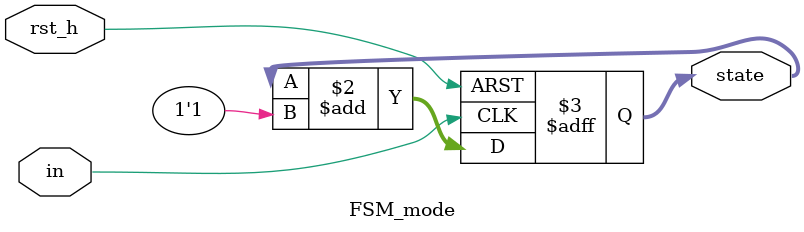
<source format=v>
module FSM_mode(in, rst_h, state);
    input in;
    input rst_h;
    output reg [1:0]state;
  
    always@(posedge in or posedge rst_h) 
        if (rst_h) state <= 2'b00;
        else state <= state + 1'b1;
    
endmodule
</source>
